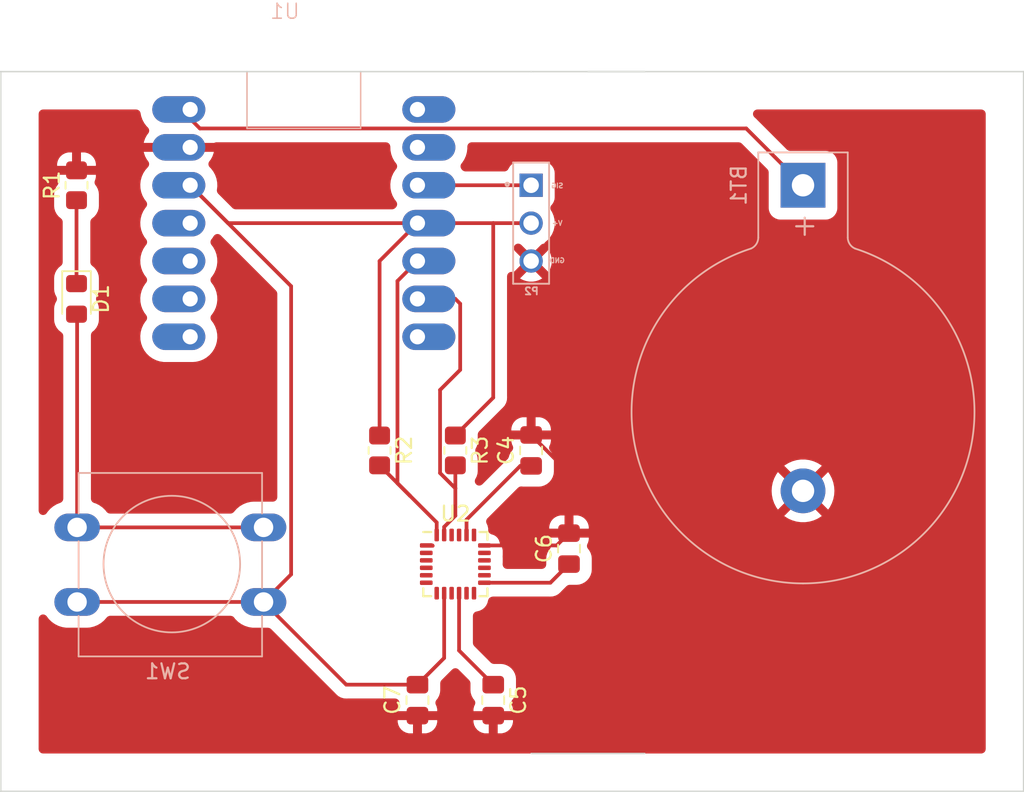
<source format=kicad_pcb>
(kicad_pcb (version 20221018) (generator pcbnew)
  (title_block (title "Jumping Jack Counter - Sensor Device") (date "2024-01-28") (company "Yi Luo"))
  (layers (0 "F.Cu" signal) (31 "B.Cu" signal) (34 "B.Paste" user) (35 "F.Paste" user) (36 "B.SilkS" user "B.Silkscreen") (37 "F.SilkS" user "F.Silkscreen") (38 "B.Mask" user) (39 "F.Mask" user) (44 "Edge.Cuts" user))
  (net 0 "")
  (net 1 "Net-(U2-CPOUT)")
  (net 2 "GND")
  (net 3 "Net-(U2-REGOUT)")
  (net 4 "+3V3")
  (net 5 "Net-(D1-K)")
  (net 6 "Net-(D1-A)")
  (net 7 "unconnected-(P2-SIGNAL-Pad1)")
  (net 8 "Net-(U1-GPIO4_A3_D3_SDA)")
  (net 9 "Net-(U1-GPIO6_A5_D5_SCL)")
  (net 32 "/BAT")
  (footprint "Resistor_SMD:R_0805_2012Metric_Pad1.20x1.40mm_HandSolder" (layer "F.Cu") (at 134.62 83.82 -90)
    (fp_text reference "R3" (at 0 -1.65 90) (layer "F.SilkS"))
    (fp_text value "4.7k")
    (fp_line (start -0.227064 -0.735) (end 0.227064 -0.735) (stroke (width 0.12)) (layer "F.SilkS"))
    (fp_line (start -0.227064 0.735) (end 0.227064 0.735) (stroke (width 0.12)) (layer "F.SilkS"))
    (pad "1" smd roundrect (at -1 0 270) (size 1.2 1.4) (layers "F.Cu" "F.Paste" "F.Mask") (roundrect_rratio 0.2083333333) (net 4 "+3V3"))
    (pad "2" smd roundrect (at 1 0 270) (size 1.2 1.4) (layers "F.Cu" "F.Paste" "F.Mask") (roundrect_rratio 0.2083333333) (net 9 "Net-(U1-GPIO6_A5_D5_SCL)"))
  )
  (footprint "Sensor_Motion:InvenSense_QFN-24_4x4mm_P0.5mm" (layer "F.Cu") (at 134.62 91.44)
    (fp_text reference "U2" (at 0 -3.375) (layer "F.SilkS"))
    (fp_text value "MPU-6050")
    (fp_line (start -2.15 -2.15) (end -1.625 -2.15) (stroke (width 0.15)) (layer "F.SilkS"))
    (fp_line (start -2.15 2.15) (end -2.15 1.625) (stroke (width 0.15)) (layer "F.SilkS"))
    (fp_line (start -2.15 2.15) (end -1.625 2.15) (stroke (width 0.15)) (layer "F.SilkS"))
    (fp_line (start 2.15 -2.15) (end 1.625 -2.15) (stroke (width 0.15)) (layer "F.SilkS"))
    (fp_line (start 2.15 -2.15) (end 2.15 -1.625) (stroke (width 0.15)) (layer "F.SilkS"))
    (fp_line (start 2.15 2.15) (end 1.625 2.15) (stroke (width 0.15)) (layer "F.SilkS"))
    (fp_line (start 2.15 2.15) (end 2.15 1.625) (stroke (width 0.15)) (layer "F.SilkS"))
    (pad "1" smd roundrect (at -1.95 -1.25) (size 0.85 0.3) (layers "F.Cu" "F.Paste" "F.Mask") (net 2 "GND"))
    (pad "2" smd roundrect (at -1.95 -0.75) (size 0.85 0.3) (layers "F.Cu" "F.Paste" "F.Mask"))
    (pad "3" smd roundrect (at -1.95 -0.25) (size 0.85 0.3) (layers "F.Cu" "F.Paste" "F.Mask"))
    (pad "4" smd roundrect (at -1.95 0.25) (size 0.85 0.3) (layers "F.Cu" "F.Paste" "F.Mask"))
    (pad "5" smd roundrect (at -1.95 0.75) (size 0.85 0.3) (layers "F.Cu" "F.Paste" "F.Mask"))
    (pad "6" smd roundrect (at -1.95 1.25) (size 0.85 0.3) (layers "F.Cu" "F.Paste" "F.Mask"))
    (pad "7" smd roundrect (at -1.25 1.95 90) (size 0.85 0.3) (layers "F.Cu" "F.Paste" "F.Mask"))
    (pad "8" smd roundrect (at -0.75 1.95 90) (size 0.85 0.3) (layers "F.Cu" "F.Paste" "F.Mask") (net 4 "+3V3"))
    (pad "9" smd roundrect (at -0.25 1.95 90) (size 0.85 0.3) (layers "F.Cu" "F.Paste" "F.Mask"))
    (pad "10" smd roundrect (at 0.25 1.95 90) (size 0.85 0.3) (layers "F.Cu" "F.Paste" "F.Mask") (net 3 "Net-(U2-REGOUT)"))
    (pad "11" smd roundrect (at 0.75 1.95 90) (size 0.85 0.3) (layers "F.Cu" "F.Paste" "F.Mask") (net 2 "GND"))
    (pad "12" smd roundrect (at 1.25 1.95 90) (size 0.85 0.3) (layers "F.Cu" "F.Paste" "F.Mask"))
    (pad "13" smd roundrect (at 1.95 1.25) (size 0.85 0.3) (layers "F.Cu" "F.Paste" "F.Mask") (net 4 "+3V3"))
    (pad "14" smd roundrect (at 1.95 0.75) (size 0.85 0.3) (layers "F.Cu" "F.Paste" "F.Mask"))
    (pad "15" smd roundrect (at 1.95 0.25) (size 0.85 0.3) (layers "F.Cu" "F.Paste" "F.Mask"))
    (pad "16" smd roundrect (at 1.95 -0.25) (size 0.85 0.3) (layers "F.Cu" "F.Paste" "F.Mask"))
    (pad "17" smd roundrect (at 1.95 -0.75) (size 0.85 0.3) (layers "F.Cu" "F.Paste" "F.Mask"))
    (pad "18" smd roundrect (at 1.95 -1.25) (size 0.85 0.3) (layers "F.Cu" "F.Paste" "F.Mask") (net 2 "GND"))
    (pad "19" smd roundrect (at 1.25 -1.95 90) (size 0.85 0.3) (layers "F.Cu" "F.Paste" "F.Mask"))
    (pad "20" smd roundrect (at 0.75 -1.95 90) (size 0.85 0.3) (layers "F.Cu" "F.Paste" "F.Mask") (net 1 "Net-(U2-CPOUT)"))
    (pad "21" smd roundrect (at 0.25 -1.95 90) (size 0.85 0.3) (layers "F.Cu" "F.Paste" "F.Mask"))
    (pad "22" smd roundrect (at -0.25 -1.95 90) (size 0.85 0.3) (layers "F.Cu" "F.Paste" "F.Mask"))
    (pad "23" smd roundrect (at -0.75 -1.95 90) (size 0.85 0.3) (layers "F.Cu" "F.Paste" "F.Mask") (net 9 "Net-(U1-GPIO6_A5_D5_SCL)"))
    (pad "24" smd roundrect (at -1.25 -1.95 90) (size 0.85 0.3) (layers "F.Cu" "F.Paste" "F.Mask") (net 8 "Net-(U1-GPIO4_A3_D3_SDA)"))
    (zone (net 0) (net_name "") (layer "F.Cu") (connect_pads (clearance 0)) (min_thickness 0.254)
      (keepout (tracks not_allowed) (vias not_allowed) (pads not_allowed) (copperpour not_allowed) (footprints allowed))
      (fill (thermal_gap 0.508) (thermal_bridge_width 0.508))
      (polygon (pts (xy 133.245 90.115) (xy 135.995 90.115) (xy 135.995 92.765) (xy 133.245 92.765)))
    )
  )
  (footprint "LED_SMD:LED_0805_2012Metric_Pad1.15x1.40mm_HandSolder" (layer "F.Cu") (at 109.22 73.66 -90)
    (fp_text reference "D1" (at 0 -1.65 90) (layer "F.SilkS"))
    (fp_text value "LED")
    (fp_line (start -1.86 -0.96) (end -1.86 0.96) (stroke (width 0.12)) (layer "F.SilkS"))
    (fp_line (start -1.86 0.96) (end 1 0.96) (stroke (width 0.12)) (layer "F.SilkS"))
    (fp_line (start 1 -0.96) (end -1.86 -0.96) (stroke (width 0.12)) (layer "F.SilkS"))
    (pad "1" smd roundrect (at -1.025 0 270) (size 1.15 1.4) (layers "F.Cu" "F.Paste" "F.Mask") (roundrect_rratio 0.2173913043) (net 5 "Net-(D1-K)"))
    (pad "2" smd roundrect (at 1.025 0 270) (size 1.15 1.4) (layers "F.Cu" "F.Paste" "F.Mask") (roundrect_rratio 0.2173913043) (net 6 "Net-(D1-A)"))
  )
  (footprint "Capacitor_SMD:C_0805_2012Metric_Pad1.18x1.45mm_HandSolder" (layer "F.Cu") (at 142.24 90.4025 90)
    (fp_text reference "C6" (at 0 -1.68 90) (layer "F.SilkS"))
    (fp_text value "0.1uf")
    (fp_line (start -0.261252 -0.735) (end 0.261252 -0.735) (stroke (width 0.12)) (layer "F.SilkS"))
    (fp_line (start -0.261252 0.735) (end 0.261252 0.735) (stroke (width 0.12)) (layer "F.SilkS"))
    (pad "1" smd roundrect (at -1.0375 0 90) (size 1.175 1.45) (layers "F.Cu" "F.Paste" "F.Mask") (roundrect_rratio 0.2127659574) (net 4 "+3V3"))
    (pad "2" smd roundrect (at 1.0375 0 90) (size 1.175 1.45) (layers "F.Cu" "F.Paste" "F.Mask") (roundrect_rratio 0.2127659574) (net 2 "GND"))
  )
  (footprint "Capacitor_SMD:C_0805_2012Metric_Pad1.18x1.45mm_HandSolder" (layer "F.Cu") (at 137.16 100.5625 -90)
    (fp_text reference "C5" (at 0 -1.68 90) (layer "F.SilkS"))
    (fp_text value "0.1uf")
    (fp_line (start -0.261252 -0.735) (end 0.261252 -0.735) (stroke (width 0.12)) (layer "F.SilkS"))
    (fp_line (start -0.261252 0.735) (end 0.261252 0.735) (stroke (width 0.12)) (layer "F.SilkS"))
    (pad "1" smd roundrect (at -1.0375 0 270) (size 1.175 1.45) (layers "F.Cu" "F.Paste" "F.Mask") (roundrect_rratio 0.2127659574) (net 3 "Net-(U2-REGOUT)"))
    (pad "2" smd roundrect (at 1.0375 0 270) (size 1.175 1.45) (layers "F.Cu" "F.Paste" "F.Mask") (roundrect_rratio 0.2127659574) (net 2 "GND"))
  )
  (footprint "Capacitor_SMD:C_0805_2012Metric_Pad1.18x1.45mm_HandSolder" (layer "F.Cu") (at 139.7 83.82 90)
    (fp_text reference "C4" (at 0 -1.68 90) (layer "F.SilkS"))
    (fp_text value "220pf")
    (fp_line (start -0.261252 -0.735) (end 0.261252 -0.735) (stroke (width 0.12)) (layer "F.SilkS"))
    (fp_line (start -0.261252 0.735) (end 0.261252 0.735) (stroke (width 0.12)) (layer "F.SilkS"))
    (pad "1" smd roundrect (at -1.0375 0 90) (size 1.175 1.45) (layers "F.Cu" "F.Paste" "F.Mask") (roundrect_rratio 0.2127659574) (net 1 "Net-(U2-CPOUT)"))
    (pad "2" smd roundrect (at 1.0375 0 90) (size 1.175 1.45) (layers "F.Cu" "F.Paste" "F.Mask") (roundrect_rratio 0.2127659574) (net 2 "GND"))
  )
  (footprint "Resistor_SMD:R_0805_2012Metric_Pad1.20x1.40mm_HandSolder" (layer "F.Cu") (at 129.54 83.82 -90)
    (fp_text reference "R2" (at 0 -1.65 90) (layer "F.SilkS"))
    (fp_text value "4.7k")
    (fp_line (start -0.227064 -0.735) (end 0.227064 -0.735) (stroke (width 0.12)) (layer "F.SilkS"))
    (fp_line (start -0.227064 0.735) (end 0.227064 0.735) (stroke (width 0.12)) (layer "F.SilkS"))
    (pad "1" smd roundrect (at -1 0 270) (size 1.2 1.4) (layers "F.Cu" "F.Paste" "F.Mask") (roundrect_rratio 0.2083333333) (net 4 "+3V3"))
    (pad "2" smd roundrect (at 1 0 270) (size 1.2 1.4) (layers "F.Cu" "F.Paste" "F.Mask") (roundrect_rratio 0.2083333333) (net 8 "Net-(U1-GPIO4_A3_D3_SDA)"))
  )
  (footprint "Resistor_SMD:R_0805_2012Metric_Pad1.20x1.40mm_HandSolder" (layer "F.Cu") (at 109.22 66.04 90)
    (fp_text reference "R1" (at 0 -1.65 90) (layer "F.SilkS"))
    (fp_text value "1k")
    (fp_line (start -0.227064 -0.735) (end 0.227064 -0.735) (stroke (width 0.12)) (layer "F.SilkS"))
    (fp_line (start -0.227064 0.735) (end 0.227064 0.735) (stroke (width 0.12)) (layer "F.SilkS"))
    (pad "1" smd roundrect (at -1 0 90) (size 1.2 1.4) (layers "F.Cu" "F.Paste" "F.Mask") (roundrect_rratio 0.2083333333) (net 5 "Net-(D1-K)"))
    (pad "2" smd roundrect (at 1 0 90) (size 1.2 1.4) (layers "F.Cu" "F.Paste" "F.Mask") (roundrect_rratio 0.2083333333) (net 2 "GND"))
  )
  (footprint "Capacitor_SMD:C_0805_2012Metric_Pad1.18x1.45mm_HandSolder" (layer "F.Cu") (at 132.08 100.5625 90)
    (fp_text reference "C7" (at 0 -1.68 90) (layer "F.SilkS"))
    (fp_text value "0.1uf")
    (fp_line (start -0.261252 -0.735) (end 0.261252 -0.735) (stroke (width 0.12)) (layer "F.SilkS"))
    (fp_line (start -0.261252 0.735) (end 0.261252 0.735) (stroke (width 0.12)) (layer "F.SilkS"))
    (pad "1" smd roundrect (at -1.0375 0 90) (size 1.175 1.45) (layers "F.Cu" "F.Paste" "F.Mask") (roundrect_rratio 0.2127659574) (net 2 "GND"))
    (pad "2" smd roundrect (at 1.0375 0 90) (size 1.175 1.45) (layers "F.Cu" "F.Paste" "F.Mask") (roundrect_rratio 0.2127659574) (net 4 "+3V3"))
  )
  (footprint "Button_Switch_THT:SW_PUSH-12mm" (layer "B.Cu") (at 109.26 93.98)
    (fp_text reference "SW1" (at 6.08 4.66) (layer "B.SilkS") (effects (justify mirror)))
    (fp_text value "SW_SPST")
    (fp_line (start 0.1 -8.65) (end 0.1 -5.93) (stroke (width 0.12)) (layer "B.SilkS"))
    (fp_line (start 0.1 -4.07) (end 0.1 -0.93) (stroke (width 0.12)) (layer "B.SilkS"))
    (fp_line (start 0.1 0.93) (end 0.1 3.65) (stroke (width 0.12)) (layer "B.SilkS"))
    (fp_line (start 0.1 3.65) (end 12.4 3.65) (stroke (width 0.12)) (layer "B.SilkS"))
    (fp_line (start 12.4 -8.65) (end 0.1 -8.65) (stroke (width 0.12)) (layer "B.SilkS"))
    (fp_line (start 12.4 -5.93) (end 12.4 -8.65) (stroke (width 0.12)) (layer "B.SilkS"))
    (fp_line (start 12.4 -0.93) (end 12.4 -4.07) (stroke (width 0.12)) (layer "B.SilkS"))
    (fp_line (start 12.4 3.65) (end 12.4 0.93) (stroke (width 0.12)) (layer "B.SilkS"))
    (fp_circle (center 6.35 -2.54) (end 10.16 -5.08) (stroke (width 0.12)) (fill none) (layer "B.SilkS"))
    (pad "1" thru_hole oval (at 0 0) (size 3.048 1.85) (drill 1.3) (layers "*.Cu" "*.Mask") (net 4 "+3V3"))
    (pad "1" thru_hole oval (at 12.5 0) (size 3.048 1.85) (drill 1.3) (layers "*.Cu" "*.Mask") (net 4 "+3V3"))
    (pad "2" thru_hole oval (at 0 -5) (size 3.048 1.85) (drill 1.3) (layers "*.Cu" "*.Mask") (net 6 "Net-(D1-A)"))
    (pad "2" thru_hole oval (at 12.5 -5) (size 3.048 1.85) (drill 1.3) (layers "*.Cu" "*.Mask") (net 6 "Net-(D1-A)"))
  )
  (footprint "Pulse_Sensor:XDCR_SEN-11574" (layer "B.Cu") (at 139.7 68.58)
    (fp_text reference "P2" (at 0.02405 4.563278) (layer "B.SilkS") (effects (font (size 0.480894 0.480894)) (justify mirror)))
    (fp_text value "SEN-11574")
    (fp_text user "V+" (at 1.75586 0) (layer "B.SilkS") (effects (font (size 0.321072 0.321072)) (justify mirror)))
    (fp_text user "GND" (at 1.75352 2.50503) (layer "B.SilkS") (effects (font (size 0.320645 0.320645)) (justify mirror)))
    (fp_text user "SIG" (at 1.75512 -2.50731) (layer "B.SilkS") (effects (font (size 0.320935 0.320935)) (justify mirror)))
    (fp_line (start -1.205 -4.065) (end -1.205 4.065) (stroke (width 0.127)) (layer "B.SilkS"))
    (fp_line (start -1.205 4.065) (end 1.205 4.065) (stroke (width 0.127)) (layer "B.SilkS"))
    (fp_line (start 1.205 -4.065) (end -1.205 -4.065) (stroke (width 0.127)) (layer "B.SilkS"))
    (fp_line (start 1.205 4.065) (end 1.205 -4.065) (stroke (width 0.127)) (layer "B.SilkS"))
    (fp_circle (center -1.6 -2.6) (end -1.5 -2.6) (stroke (width 0.1524)) (fill none) (layer "B.SilkS"))
    (pad "1" thru_hole rect (at 0 -2.54) (size 1.56 1.56) (drill 1.04) (layers "*.Cu" "*.Mask") (net 7 "unconnected-(P2-SIGNAL-Pad1)"))
    (pad "2" thru_hole circle (at 0 0) (size 1.56 1.56) (drill 1.04) (layers "*.Cu" "*.Mask") (net 4 "+3V3"))
    (pad "3" thru_hole circle (at 0 2.54) (size 1.56 1.56) (drill 1.04) (layers "*.Cu" "*.Mask") (net 2 "GND"))
  )
  (footprint "Battery:BatteryHolder_Keystone_103_1x20mm" (layer "B.Cu") (at 157.93 66.039999 -90)
    (fp_text reference "BT1" (at 0 4.3 -270) (layer "B.SilkS") (effects (justify mirror)))
    (fp_text value "Battery_Cell")
    (fp_text user "+" (at 2.75 0 -270) (layer "B.SilkS") (effects (font (size 1.5 1.5)) (justify mirror)))
    (fp_line (start -2.2 -3) (end -2.2 3) (stroke (width 0.12)) (layer "B.SilkS"))
    (fp_line (start -2.2 -3) (end 3.5 -3) (stroke (width 0.12)) (layer "B.SilkS"))
    (fp_line (start -2.2 3) (end 3.5 3) (stroke (width 0.12)) (layer "B.SilkS"))
    (fp_arc (start 3.5 3) (mid 3.950694 3.136459) (end 4.25 3.5) (stroke (width 0.12)) (layer "B.SilkS"))
    (fp_arc (start 4.25 -3.5) (mid 3.950694 -3.136459) (end 3.5 -3) (stroke (width 0.12)) (layer "B.SilkS"))
    (fp_arc (start 4.25 -3.5) (mid 16.971103 -11.358466) (end 26.695671 0) (stroke (width 0.12)) (layer "B.SilkS"))
    (fp_arc (start 26.695671 0) (mid 16.971103 11.358466) (end 4.25 3.5) (stroke (width 0.12)) (layer "B.SilkS"))
    (pad "1" thru_hole rect (at 0 0 270) (size 3 3) (drill 1.5) (layers "*.Cu" "*.Mask") (net 32 "/BAT"))
    (pad "2" thru_hole circle (at 20.49 0 270) (size 3 3) (drill 1.5) (layers "*.Cu" "*.Mask") (net 2 "GND"))
  )
  (footprint "XIAO ESP32S3:XIAO_ESP32_SENSE" (layer "B.Cu") (at 124.46 68.58 180)
    (fp_text reference "U1" (at 1.27 14.2 unlocked) (layer "B.SilkS") (effects (font (thickness 0.1)) (justify mirror)))
    (fp_text value "~")
    (fp_line (start -3.81 6.35) (end 3.81 6.35) (stroke (width 0.1)) (layer "B.SilkS"))
    (fp_line (start -3.81 10.16) (end -3.81 6.35) (stroke (width 0.1)) (layer "B.SilkS"))
    (fp_line (start 3.81 6.35) (end 3.81 10.16) (stroke (width 0.1)) (layer "B.SilkS"))
    (pad "1" thru_hole oval (at -7.62 7.62 180) (size 3.556 1.778) (drill 1.016 (offset -0.762 0)) (layers "*.Cu" "*.Mask"))
    (pad "2" thru_hole oval (at -7.62 5.08 180) (size 3.556 1.778) (drill 1.016 (offset -0.762 0)) (layers "*.Cu" "*.Mask"))
    (pad "3" thru_hole oval (at -7.62 2.54 180) (size 3.556 1.778) (drill 1.016 (offset -0.762 0)) (layers "*.Cu" "*.Mask") (net 7 "unconnected-(P2-SIGNAL-Pad1)"))
    (pad "4" thru_hole oval (at -7.62 0 180) (size 3.556 1.778) (drill 1.016 (offset -0.762 0)) (layers "*.Cu" "*.Mask") (net 4 "+3V3"))
    (pad "5" thru_hole oval (at -7.62 -2.54 180) (size 3.556 1.778) (drill 1.016 (offset -0.762 0)) (layers "*.Cu" "*.Mask") (net 8 "Net-(U1-GPIO4_A3_D3_SDA)"))
    (pad "6" thru_hole oval (at -7.62 -5.08 180) (size 3.556 1.778) (drill 1.016 (offset -0.762 0)) (layers "*.Cu" "*.Mask") (net 9 "Net-(U1-GPIO6_A5_D5_SCL)"))
    (pad "7" thru_hole oval (at -7.62 -7.62 180) (size 3.556 1.778) (drill 1.016 (offset -0.762 0)) (layers "*.Cu" "*.Mask"))
    (pad "8" thru_hole oval (at 7.62 7.62 180) (size 3.556 1.778) (drill 1.016 (offset 0.762 0)) (layers "*.Cu" "*.Mask") (net 32 "/BAT"))
    (pad "9" thru_hole oval (at 7.62 5.08 180) (size 3.556 1.778) (drill 1.016 (offset 0.762 0)) (layers "*.Cu" "*.Mask") (net 2 "GND"))
    (pad "10" thru_hole oval (at 7.62 2.54 180) (size 3.556 1.778) (drill 1.016 (offset 0.762 0)) (layers "*.Cu" "*.Mask") (net 4 "+3V3"))
    (pad "11" thru_hole oval (at 7.62 0 180) (size 3.556 1.778) (drill 1.016 (offset 0.762 0)) (layers "*.Cu" "*.Mask"))
    (pad "12" thru_hole oval (at 7.62 -2.54 180) (size 3.556 1.778) (drill 1.016 (offset 0.762 0)) (layers "*.Cu" "*.Mask"))
    (pad "13" thru_hole oval (at 7.62 -5.08 180) (size 3.556 1.778) (drill 1.016 (offset 0.762 0)) (layers "*.Cu" "*.Mask"))
    (pad "14" thru_hole oval (at 7.62 -7.62 180) (size 3.556 1.778) (drill 1.016 (offset 0.762 0)) (layers "*.Cu" "*.Mask"))
  )
  (gr_line (start 139.7 58.42) (end 147.32 58.42) (stroke (width 0.1)) (layer "Edge.Cuts"))
  (gr_line (start 143.51 58.42) (end 172.72 58.42) (stroke (width 0.1)) (layer "Edge.Cuts"))
  (gr_line (start 104.14 58.42) (end 139.7 58.42) (stroke (width 0.1)) (layer "Edge.Cuts"))
  (gr_line (start 104.14 106.68) (end 172.72 106.68) (stroke (width 0.1)) (layer "Edge.Cuts"))
  (gr_line (start 147.32 104.14) (end 139.7 104.14) (stroke (width 0.1)) (layer "Edge.Cuts"))
  (gr_line (start 172.72 58.42) (end 172.72 106.68) (stroke (width 0.1)) (layer "Edge.Cuts"))
  (gr_line (start 104.14 106.68) (end 104.14 58.42) (stroke (width 0.1)) (layer "Edge.Cuts"))
  (segment (start 138.975 84.8575) (end 135.37 88.4625) (width 0.25) (layer "F.Cu") (net 1))
  (segment (start 135.37 88.4625) (end 135.37 89.49) (width 0.25) (layer "F.Cu") (net 1))
  (segment (start 139.7 84.8575) (end 138.975 84.8575) (width 0.25) (layer "F.Cu") (net 1))
  (segment (start 142.24 85.3225) (end 139.7 82.7825) (width 0.25) (layer "F.Cu") (net 2))
  (segment (start 141.415 90.19) (end 142.24 89.365) (width 0.25) (layer "F.Cu") (net 2))
  (segment (start 133.077236 90.19) (end 133.102236 90.215) (width 0.25) (layer "F.Cu") (net 2))
  (segment (start 136.57 90.19) (end 141.415 90.19) (width 0.25) (layer "F.Cu") (net 2))
  (segment (start 132.67 90.19) (end 133.077236 90.19) (width 0.25) (layer "F.Cu") (net 2))
  (segment (start 142.24 89.365) (end 142.24 85.3225) (width 0.25) (layer "F.Cu") (net 2))
  (segment (start 134.87 97.235) (end 134.87 93.39) (width 0.25) (layer "F.Cu") (net 3))
  (segment (start 137.16 99.525) (end 134.87 97.235) (width 0.25) (layer "F.Cu") (net 3))
  (segment (start 129.54 71.12) (end 132.08 68.58) (width 0.25) (layer "F.Cu") (net 4))
  (segment (start 134.62 82.82) (end 137.16 80.28) (width 0.25) (layer "F.Cu") (net 4))
  (segment (start 137.16 80.28) (end 137.16 68.58) (width 0.25) (layer "F.Cu") (net 4))
  (segment (start 121.76 93.98) (end 123.609 92.131) (width 0.25) (layer "F.Cu") (net 4))
  (segment (start 132.08 68.58) (end 119.38 68.58) (width 0.25) (layer "F.Cu") (net 4))
  (segment (start 127.305 99.525) (end 121.76 93.98) (width 0.25) (layer "F.Cu") (net 4))
  (segment (start 121.76 93.98) (end 109.26 93.98) (width 0.25) (layer "F.Cu") (net 4))
  (segment (start 123.609 72.809) (end 116.84 66.04) (width 0.25) (layer "F.Cu") (net 4))
  (segment (start 119.38 68.58) (end 116.84 66.04) (width 0.25) (layer "F.Cu") (net 4))
  (segment (start 123.609 92.131) (end 123.609 72.809) (width 0.25) (layer "F.Cu") (net 4))
  (segment (start 132.08 99.525) (end 127.305 99.525) (width 0.25) (layer "F.Cu") (net 4))
  (segment (start 140.99 92.69) (end 142.24 91.44) (width 0.25) (layer "F.Cu") (net 4))
  (segment (start 136.57 92.69) (end 140.99 92.69) (width 0.25) (layer "F.Cu") (net 4))
  (segment (start 137.16 68.58) (end 132.08 68.58) (width 0.25) (layer "F.Cu") (net 4))
  (segment (start 133.87 97.735) (end 133.87 93.39) (width 0.25) (layer "F.Cu") (net 4))
  (segment (start 139.7 68.58) (end 137.16 68.58) (width 0.25) (layer "F.Cu") (net 4))
  (segment (start 132.08 99.525) (end 133.87 97.735) (width 0.25) (layer "F.Cu") (net 4))
  (segment (start 129.54 82.82) (end 129.54 71.12) (width 0.25) (layer "F.Cu") (net 4))
  (segment (start 109.22 72.635) (end 109.22 67.04) (width 0.25) (layer "F.Cu") (net 5))
  (segment (start 121.76 88.98) (end 109.26 88.98) (width 0.25) (layer "F.Cu") (net 6))
  (segment (start 109.26 74.725) (end 109.22 74.685) (width 0.25) (layer "F.Cu") (net 6))
  (segment (start 109.26 88.98) (end 109.26 74.725) (width 0.25) (layer "F.Cu") (net 6))
  (segment (start 139.7 66.04) (end 132.08 66.04) (width 0.25) (layer "F.Cu") (net 7))
  (segment (start 131.58 86.86) (end 130.739 86.019) (width 0.25) (layer "F.Cu") (net 8))
  (segment (start 133.37 88.65) (end 131.58 86.86) (width 0.25) (layer "F.Cu") (net 8))
  (segment (start 130.739 72.461) (end 132.08 71.12) (width 0.25) (layer "F.Cu") (net 8))
  (segment (start 133.37 89.49) (end 133.37 88.65) (width 0.25) (layer "F.Cu") (net 8))
  (segment (start 130.739 86.019) (end 130.739 72.461) (width 0.25) (layer "F.Cu") (net 8))
  (segment (start 131.58 86.86) (end 129.54 84.82) (width 0.25) (layer "F.Cu") (net 8))
  (segment (start 134.62 88.197236) (end 134.62 86.36) (width 0.25) (layer "F.Cu") (net 9))
  (segment (start 133.595 85.335) (end 133.595 79.765) (width 0.25) (layer "F.Cu") (net 9))
  (segment (start 133.595 79.765) (end 134.945 78.415) (width 0.25) (layer "F.Cu") (net 9))
  (segment (start 134.945 73.985) (end 134.62 73.66) (width 0.25) (layer "F.Cu") (net 9))
  (segment (start 133.87 88.947236) (end 134.62 88.197236) (width 0.25) (layer "F.Cu") (net 9))
  (segment (start 134.62 86.36) (end 133.595 85.335) (width 0.25) (layer "F.Cu") (net 9))
  (segment (start 134.945 78.415) (end 134.945 73.985) (width 0.25) (layer "F.Cu") (net 9))
  (segment (start 134.62 73.66) (end 132.08 73.66) (width 0.25) (layer "F.Cu") (net 9))
  (segment (start 134.62 86.36) (end 134.62 84.82) (width 0.25) (layer "F.Cu") (net 9))
  (segment (start 133.87 89.49) (end 133.87 88.947236) (width 0.25) (layer "F.Cu") (net 9))
  (segment (start 154.122001 62.232) (end 117.492223 62.232) (width 0.25) (layer "F.Cu") (net 32))
  (segment (start 116.84 61.579777) (end 116.84 60.96) (width 0.25) (layer "F.Cu") (net 32))
  (segment (start 157.93 66.039999) (end 154.122001 62.232) (width 0.25) (layer "F.Cu") (net 32))
  (segment (start 117.492223 62.232) (end 116.84 61.579777) (width 0.25) (layer "F.Cu") (net 32))
  (zone (net 2) (net_name "GND") (layer "F.Cu") (connect_pads (clearance 0.8)) (min_thickness 0.6) (fill yes (thermal_gap 0.6) (thermal_bridge_width 0.6))
    (polygon (pts (xy 106.68 60.96) (xy 106.68 104.14) (xy 170.18 104.14) (xy 170.18 60.96)))
  )
)
</source>
